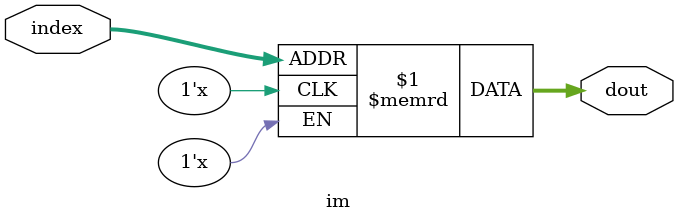
<source format=v>
module im(
    input[6:0] index,
    output[31:0] dout
);

    reg[31:0] ROM[127:0];

    assign dout = ROM[index]; // word aligned
endmodule
</source>
